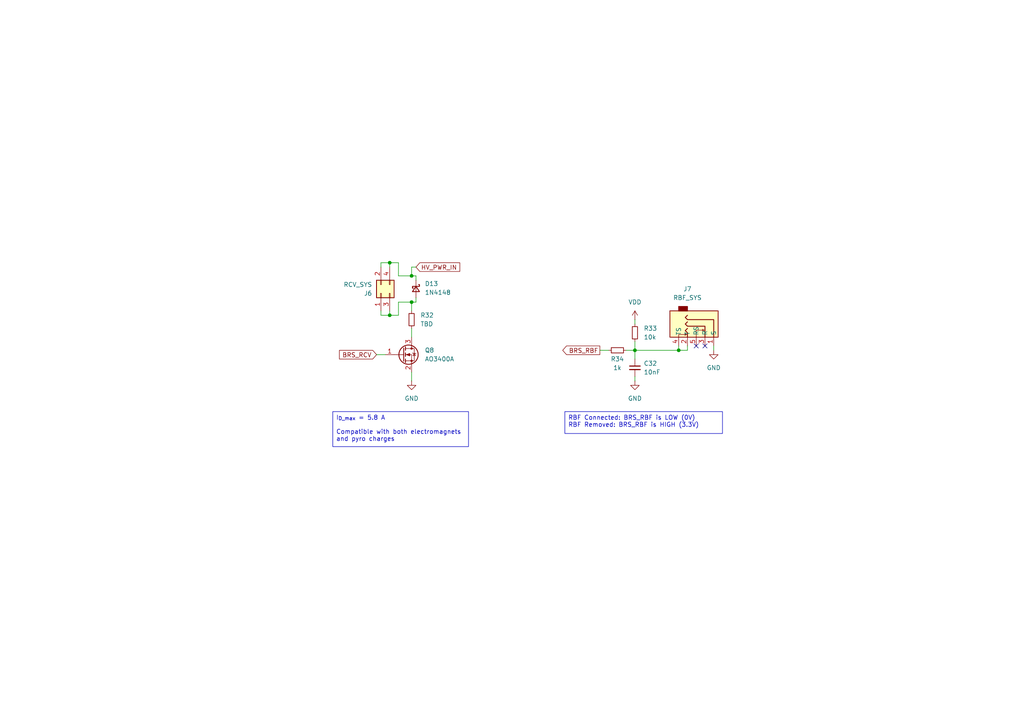
<source format=kicad_sch>
(kicad_sch (version 20231120) (generator "eeschema") (generator_version "8.0")
  (paper "A4")
  (title_block (title "Recovery System and Remove Before Flight") (date "2025-02-13") (rev "01"))
  (lib_symbols
    (symbol "BRS_Library:AudioJack_5pins"
      (property "Reference" "J" (at 0 7.62 0))
      (symbol "AudioJack_5pins_0_1"
        (rectangle (start -3.81 -2.54) (end -5.08 -5.08) (stroke (width 0.254)) (fill (type outline)))
        (rectangle (start -3.81 6.35) (end 3.81 -7.62) (stroke (width 0.254)) (fill (type background)))
        (polyline (pts (xy 1.778 2.286) (xy 2.032 1.778)))
        (polyline (pts (xy 3.048 -2.794) (xy 3.302 -3.302)))
        (polyline (pts (xy 1.27 -2.54) (xy 1.905 -3.175) (xy 2.54 -2.54) (xy 3.81 -2.54)) (stroke (width 0.254)))
        (polyline (pts (xy 3.81 -5.08) (xy 3.048 -5.08) (xy 3.048 -2.794) (xy 2.794 -3.302)))
        (polyline (pts (xy 3.81 0) (xy 1.778 0) (xy 1.778 2.286) (xy 1.524 1.778)))
        (polyline (pts (xy -0.635 -2.54) (xy 0 -3.175) (xy 0.635 -2.54) (xy 0.635 2.54) (xy 3.81 2.54)) (stroke (width 0.254)))
        (polyline (pts (xy 3.81 5.08) (xy -1.27 5.08) (xy -1.27 -2.54) (xy -1.905 -3.175) (xy -2.54 -2.54)) (stroke (width 0.254)))
      )
      (symbol "AudioJack_5pins_1_1"
        (pin passive line (at 6.35 5.08 180) (length 2.54) (name "S") (number "1"))
        (pin passive line (at 6.35 -2.54 180) (length 2.54) (name "T") (number "2"))
        (pin passive line (at 6.35 2.54 180) (length 2.54) (name "R") (number "3"))
        (pin passive line (at 6.35 -5.08 180) (length 2.54) (name "TS") (number "4"))
        (pin passive line (at 6.35 0 180) (length 2.54) (name "RS") (number "5"))
      )
    )
    (symbol "Connector_Generic:Conn_02x02_Odd_Even" (pin_names (offset 1.016) hide)
      (property "Reference" "J" (at 1.27 2.54 0))
      (property "Value" "Conn_02x02_Odd_Even" (at 1.27 -5.08 0))
      (symbol "Conn_02x02_Odd_Even_1_1"
        (rectangle (start -1.27 -2.413) (end 0 -2.667) (stroke (width 0.1524)))
        (rectangle (start -1.27 0.127) (end 0 -0.127) (stroke (width 0.1524)))
        (rectangle (start -1.27 1.27) (end 3.81 -3.81) (stroke (width 0.254)) (fill (type background)))
        (rectangle (start 3.81 -2.413) (end 2.54 -2.667) (stroke (width 0.1524)))
        (rectangle (start 3.81 0.127) (end 2.54 -0.127) (stroke (width 0.1524)))
        (pin passive line (at -5.08 0 0) (length 3.81) (name "Pin_1") (number "1"))
        (pin passive line (at 7.62 0 180) (length 3.81) (name "Pin_2") (number "2"))
        (pin passive line (at -5.08 -2.54 0) (length 3.81) (name "Pin_3") (number "3"))
        (pin passive line (at 7.62 -2.54 180) (length 3.81) (name "Pin_4") (number "4"))
      )
    )
    (symbol "Device:C_Small" (pin_numbers hide) (pin_names (offset 0.254) hide)
      (property "Reference" "C" (at 0.254 1.778 0))
      (property "Value" "C_Small" (at 0.254 -2.032 0))
      (symbol "C_Small_0_1"
        (polyline (pts (xy -1.524 -0.508) (xy 1.524 -0.508)) (stroke (width 0.3302)))
        (polyline (pts (xy -1.524 0.508) (xy 1.524 0.508)) (stroke (width 0.3048)))
      )
      (symbol "C_Small_1_1"
        (pin passive line (at 0 2.54 270) (length 2.032) (name "~") (number "1"))
        (pin passive line (at 0 -2.54 90) (length 2.032) (name "~") (number "2"))
      )
    )
    (symbol "Device:D_Schottky_Small" (pin_numbers hide) (pin_names (offset 0.254) hide)
      (property "Reference" "D" (at -1.27 2.032 0))
      (property "Value" "D_Schottky_Small" (at -7.112 -2.032 0))
      (symbol "D_Schottky_Small_0_1"
        (polyline (pts (xy -0.762 0) (xy 0.762 0)))
        (polyline (pts (xy 0.762 -1.016) (xy -0.762 0) (xy 0.762 1.016) (xy 0.762 -1.016)) (stroke (width 0.254)))
        (polyline (pts (xy -1.27 0.762) (xy -1.27 1.016) (xy -0.762 1.016) (xy -0.762 -1.016) (xy -0.254 -1.016) (xy -0.254 -0.762)) (stroke (width 0.254)))
      )
      (symbol "D_Schottky_Small_1_1"
        (pin passive line (at -2.54 0 0) (length 1.778) (name "K") (number "1"))
        (pin passive line (at 2.54 0 180) (length 1.778) (name "A") (number "2"))
      )
    )
    (symbol "Device:R_Small" (pin_numbers hide) (pin_names (offset 0.254) hide)
      (property "Reference" "R" (at 0.762 0.508 0))
      (property "Value" "R_Small" (at 0.762 -1.016 0))
      (symbol "R_Small_0_1"
        (rectangle (start -0.762 1.778) (end 0.762 -1.778) (stroke (width 0.2032)))
      )
      (symbol "R_Small_1_1"
        (pin passive line (at 0 2.54 270) (length 0.762) (name "~") (number "1"))
        (pin passive line (at 0 -2.54 90) (length 0.762) (name "~") (number "2"))
      )
    )
    (symbol "Transistor_FET:AO3400A" (pin_names hide)
      (property "Reference" "Q" (at 5.08 1.905 0))
      (property "Value" "AO3400A" (at 5.08 0 0))
      (symbol "AO3400A_0_1"
        (polyline (pts (xy 0.254 0) (xy -2.54 0)))
        (polyline (pts (xy 0.254 1.905) (xy 0.254 -1.905)) (stroke (width 0.254)))
        (polyline (pts (xy 0.762 -1.27) (xy 0.762 -2.286)) (stroke (width 0.254)))
        (polyline (pts (xy 0.762 0.508) (xy 0.762 -0.508)) (stroke (width 0.254)))
        (polyline (pts (xy 0.762 2.286) (xy 0.762 1.27)) (stroke (width 0.254)))
        (polyline (pts (xy 2.54 2.54) (xy 2.54 1.778)))
        (polyline (pts (xy 2.54 -2.54) (xy 2.54 0) (xy 0.762 0)))
        (polyline (pts (xy 0.762 -1.778) (xy 3.302 -1.778) (xy 3.302 1.778) (xy 0.762 1.778)))
        (polyline (pts (xy 1.016 0) (xy 2.032 0.381) (xy 2.032 -0.381) (xy 1.016 0)) (fill (type outline)))
        (polyline (pts (xy 2.794 0.508) (xy 2.921 0.381) (xy 3.683 0.381) (xy 3.81 0.254)))
        (polyline (pts (xy 3.302 0.381) (xy 2.921 -0.254) (xy 3.683 -0.254) (xy 3.302 0.381)))
        (circle (center 1.651 0) (radius 2.794) (stroke (width 0.254)))
        (circle (center 2.54 -1.778) (radius 0.254) (fill (type outline)))
        (circle (center 2.54 1.778) (radius 0.254) (fill (type outline)))
      )
      (symbol "AO3400A_1_1"
        (pin input line (at -5.08 0 0) (length 2.54) (name "G") (number "1"))
        (pin passive line (at 2.54 -5.08 90) (length 2.54) (name "S") (number "2"))
        (pin passive line (at 2.54 5.08 270) (length 2.54) (name "D") (number "3"))
      )
    )
    (symbol "power:GND" (power) (pin_numbers hide) (pin_names (offset 0) hide)
      (property "Value" "GND" (at 0 -3.81 0))
      (symbol "GND_0_1"
        (polyline (pts (xy 0 0) (xy 0 -1.27) (xy 1.27 -1.27) (xy 0 -2.54) (xy -1.27 -1.27) (xy 0 -1.27)))
      )
      (symbol "GND_1_1"
        (pin power_in line (at 0 0 270) (length 0) (name "~") (number "1"))
      )
    )
    (symbol "power:VDD" (power) (pin_numbers hide) (pin_names (offset 0) hide)
      (property "Value" "VDD" (at 0 3.556 0))
      (symbol "VDD_0_1"
        (polyline (pts (xy -0.762 1.27) (xy 0 2.54)))
        (polyline (pts (xy 0 0) (xy 0 2.54)))
        (polyline (pts (xy 0 2.54) (xy 0.762 1.27)))
      )
      (symbol "VDD_1_1"
        (pin power_in line (at 0 0 90) (length 0) (name "~") (number "1"))
      )
    )
  )
  (junction (at 184.15 101.6))
  (junction (at 113.03 76.2))
  (junction (at 113.03 91.44))
  (junction (at 119.38 87.63))
  (junction (at 119.38 80.01))
  (junction (at 196.85 101.6))
  (no_connect (at 204.47 100.33))
  (no_connect (at 201.93 100.33))
  (wire (pts (xy 181.61 101.6) (xy 184.15 101.6)))
  (wire (pts (xy 109.22 102.87) (xy 111.76 102.87)))
  (wire (pts (xy 184.15 109.22) (xy 184.15 110.49)))
  (wire (pts (xy 115.57 80.01) (xy 119.38 80.01)))
  (wire (pts (xy 196.85 101.6) (xy 184.15 101.6)))
  (wire (pts (xy 120.65 81.28) (xy 120.65 80.01)))
  (wire (pts (xy 120.65 77.47) (xy 119.38 77.47)))
  (wire (pts (xy 184.15 92.71) (xy 184.15 93.98)))
  (wire (pts (xy 199.39 101.6) (xy 196.85 101.6)))
  (wire (pts (xy 120.65 86.36) (xy 120.65 87.63)))
  (wire (pts (xy 115.57 80.01) (xy 115.57 76.2)))
  (wire (pts (xy 119.38 95.25) (xy 119.38 97.79)))
  (wire (pts (xy 199.39 100.33) (xy 199.39 101.6)))
  (wire (pts (xy 184.15 104.14) (xy 184.15 101.6)))
  (wire (pts (xy 110.49 90.17) (xy 110.49 91.44)))
  (wire (pts (xy 113.03 76.2) (xy 113.03 77.47)))
  (wire (pts (xy 119.38 107.95) (xy 119.38 110.49)))
  (wire (pts (xy 119.38 77.47) (xy 119.38 80.01)))
  (wire (pts (xy 196.85 100.33) (xy 196.85 101.6)))
  (wire (pts (xy 115.57 76.2) (xy 113.03 76.2)))
  (wire (pts (xy 113.03 90.17) (xy 113.03 91.44)))
  (wire (pts (xy 115.57 87.63) (xy 119.38 87.63)))
  (wire (pts (xy 207.01 101.6) (xy 207.01 100.33)))
  (wire (pts (xy 110.49 91.44) (xy 113.03 91.44)))
  (wire (pts (xy 110.49 76.2) (xy 113.03 76.2)))
  (wire (pts (xy 173.99 101.6) (xy 176.53 101.6)))
  (wire (pts (xy 115.57 91.44) (xy 113.03 91.44)))
  (wire (pts (xy 119.38 87.63) (xy 119.38 90.17)))
  (wire (pts (xy 120.65 80.01) (xy 119.38 80.01)))
  (wire (pts (xy 120.65 87.63) (xy 119.38 87.63)))
  (wire (pts (xy 184.15 99.06) (xy 184.15 101.6)))
  (wire (pts (xy 115.57 87.63) (xy 115.57 91.44)))
  (wire (pts (xy 110.49 77.47) (xy 110.49 76.2)))
  (text_box "RBF Connected: BRS_RBF is LOW (0V)\nRBF Removed: BRS_RBF is HIGH (3.3V)" (at 163.83 119.38 0) (size 45.72 6.35) (effects (font (size 1.27 1.27)) (justify left top)))
  (text_box "I_{D_max} = 5.8 A\n\nCompatible with both electromagnets and pyro charges" (at 96.52 119.38 0) (size 39.37 10.16) (effects (font (size 1.27 1.27)) (justify left top)))
  (global_label "BRS_RCV" (shape input) (at 109.22 102.87 180) (property "Intersheetrefs" "${INTERSHEET_REFS}" (effects (hide yes))))
  (global_label "HV_PWR_IN" (shape input) (at 120.65 77.47 0) (property "Intersheetrefs" "${INTERSHEET_REFS}" (effects (hide yes))))
  (global_label "BRS_RBF" (shape output) (at 173.99 101.6 180) (property "Intersheetrefs" "${INTERSHEET_REFS}" (effects (hide yes))))
  (symbol (lib_id "Device:R_Small") (at 179.07 101.6 90) (mirror x) (unit 1)
    (property "Reference" "R34" (at 179.07 104.14 90))
    (property "Value" "1k" (at 179.07 106.68 90))
    (property "Footprint" "Resistor_SMD:R_0603_1608Metric" (effects (hide yes)))
    (property "LCSC Part Number" "C21190" (effects (hide yes)))
    (property "LCSC" "C21190" (effects (hide yes)))
  )
  (symbol (lib_id "power:VDD") (at 184.15 92.71 0) (unit 1)
    (property "Reference" "#PWR093" (effects (hide yes)))
    (property "Value" "VDD" (at 184.15 87.63 0))
    (property "Description" "Power symbol creates a global label with name \"VDD\"" (effects (hide yes)))
  )
  (symbol (lib_id "BRS_Library:AudioJack_5pins") (at 201.93 93.98 270) (unit 1)
    (property "Reference" "J7" (at 199.39 83.82 90))
    (property "Value" "RBF_SYS" (at 199.39 86.36 90))
    (property "Footprint" "BRS_Footprints:AudioJack_Vertical" (effects (hide yes)))
    (property "Description" "Audio Jack, 3 Poles (Stereo / TRS), Switched TR Poles (Normalling)" (effects (hide yes)))
  )
  (symbol (lib_id "Transistor_FET:AO3400A") (at 116.84 102.87 0) (unit 1)
    (property "Reference" "Q8" (at 123.19 101.5999 0) (effects (justify left)))
    (property "Value" "AO3400A" (at 123.19 104.1399 0) (effects (justify left)))
    (property "Footprint" "Package_TO_SOT_SMD:SOT-23" (effects (hide yes)))
    (property "Datasheet" "http://www.aosmd.com/pdfs/datasheet/AO3400A.pdf" (effects (hide yes)))
    (property "Description" "30V Vds, 5.7A Id, N-Channel MOSFET, SOT-23" (effects (hide yes)))
  )
  (symbol (lib_id "Device:R_Small") (at 184.15 96.52 0) (mirror x) (unit 1)
    (property "Reference" "R33" (at 186.69 95.2499 0) (effects (justify left)))
    (property "Value" "10k" (at 186.69 97.79 0) (effects (justify left)))
    (property "Footprint" "Resistor_SMD:R_0603_1608Metric" (effects (hide yes)))
    (property "LCSC Part Number" "C25804" (effects (hide yes)))
    (property "LCSC" "C25804" (effects (hide yes)))
  )
  (symbol (lib_id "power:GND") (at 184.15 110.49 0) (unit 1)
    (property "Reference" "#PWR095" (effects (hide yes)))
    (property "Value" "GND" (at 184.15 115.57 0))
  )
  (symbol (lib_id "power:GND") (at 207.01 101.6 0) (unit 1)
    (property "Reference" "#PWR096" (effects (hide yes)))
    (property "Value" "GND" (at 207.01 106.68 0))
  )
  (symbol (lib_id "Device:D_Schottky_Small") (at 120.65 83.82 270) (unit 1)
    (property "Reference" "D13" (at 123.19 82.2959 90) (effects (justify left)))
    (property "Value" "1N4148" (at 123.19 84.8359 90) (effects (justify left)))
    (property "Footprint" "Diode_SMD:D_SOD-123" (effects (hide yes)))
    (property "Description" "Schottky diode, small symbol" (effects (hide yes)))
  )
  (symbol (lib_id "Device:R_Small") (at 119.38 92.71 0) (unit 1)
    (property "Reference" "R32" (at 121.92 91.4399 0) (effects (justify left)))
    (property "Value" "TBD" (at 121.92 93.9799 0) (effects (justify left)))
    (property "Footprint" "Resistor_SMD:R_0603_1608Metric" (effects (hide yes)))
    (property "Description" "Resistor, small symbol" (effects (hide yes)))
  )
  (symbol (lib_id "power:GND") (at 119.38 110.49 0) (unit 1)
    (property "Reference" "#PWR094" (effects (hide yes)))
    (property "Value" "GND" (at 119.38 115.57 0))
    (property "Description" "Power symbol creates a global label with name \"GND\" , ground" (effects (hide yes)))
  )
  (symbol (lib_id "Device:C_Small") (at 184.15 106.68 0) (mirror y) (unit 1)
    (property "Reference" "C32" (at 186.69 105.41 0) (effects (justify right)))
    (property "Value" "10nF" (at 186.69 107.95 0) (effects (justify right)))
    (property "Footprint" "Capacitor_SMD:C_0603_1608Metric" (effects (hide yes)))
    (property "LCSC Part Number" "C57112" (effects (hide yes)))
    (property "LCSC" "C57112" (effects (hide yes)))
  )
  (symbol (lib_id "Connector_Generic:Conn_02x02_Odd_Even") (at 110.49 85.09 90) (unit 1)
    (property "Reference" "J6" (at 107.95 85.09 90) (effects (justify left)))
    (property "Value" "RCV_SYS" (at 107.95 82.55 90) (effects (justify left)))
    (property "Footprint" "Connector_Molex:Molex_Micro-Fit_3.0_43045-0412_2x02_P3.00mm_Vertical" (effects (hide yes)))
    (property "Description" "Generic connector, double row, 02x02, odd/even pin numbering scheme (row 1 odd numbers, row 2 even numbers), script generated (kicad-library-utils/schlib/autogen/connector/)" (effects (hide yes)))
  )
)
</source>
